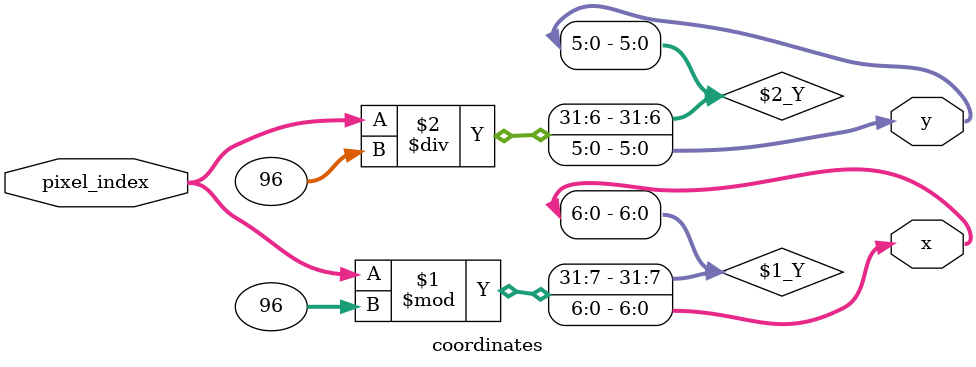
<source format=v>
`timescale 1ns / 1ps


module coordinates(
    input [12:0] pixel_index,
    output [6:0] x,
    output [5:0] y
    );
    
    assign x = pixel_index % 96;
    assign y = pixel_index / 96;
endmodule

</source>
